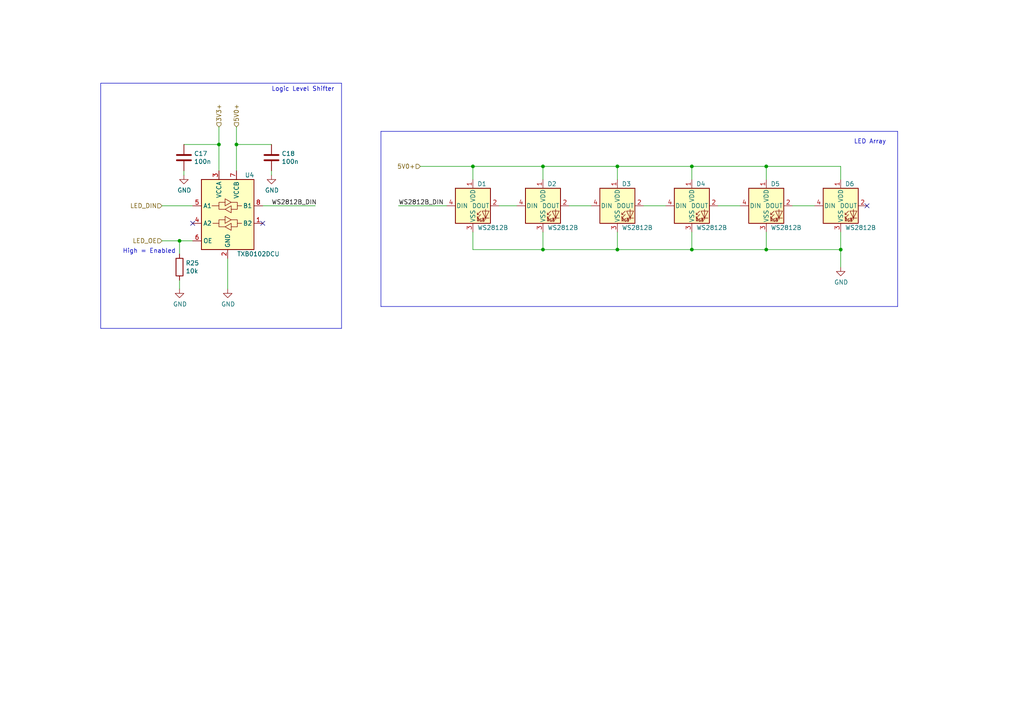
<source format=kicad_sch>
(kicad_sch (version 20230121) (generator eeschema)
  (paper "A4")
  (title_block (title "LED Communication") (date "2021-09-27") (rev "0") (company "BalcCon") (comment 1 "Florian Schuetz"))
  (lib_symbols
    (symbol "Device:C" (pin_numbers hide) (pin_names (offset 0.254))
      (property "Reference" "C" (at 0.635 2.54 0))
      (property "Value" "C" (at 0.635 -2.54 0))
      (symbol "C_0_1"
        (polyline (pts (xy -2.032 -0.762) (xy 2.032 -0.762)) (stroke (width 0.508)))
        (polyline (pts (xy -2.032 0.762) (xy 2.032 0.762)) (stroke (width 0.508)))
      )
      (symbol "C_1_1"
        (pin passive line (at 0 3.81 270) (length 2.794) (name "~") (number "1"))
        (pin passive line (at 0 -3.81 90) (length 2.794) (name "~") (number "2"))
      )
    )
    (symbol "Device:R" (pin_numbers hide) (pin_names (offset 0))
      (property "Reference" "R" (at 2.032 0 90))
      (property "Value" "R" (at 0 0 90))
      (symbol "R_0_1"
        (rectangle (start -1.016 -2.54) (end 1.016 2.54) (stroke (width 0.254)))
      )
      (symbol "R_1_1"
        (pin passive line (at 0 3.81 270) (length 1.27) (name "~") (number "1"))
        (pin passive line (at 0 -3.81 90) (length 1.27) (name "~") (number "2"))
      )
    )
    (symbol "LED:WS2812B" (pin_names (offset 0.254))
      (property "Reference" "D" (at 5.08 5.715 0))
      (property "Value" "WS2812B" (at 1.27 -5.715 0))
      (symbol "WS2812B_0_0"
        (text "RGB" (at 2.286 -4.191 0) (effects (font (size 0.762 0.762))))
      )
      (symbol "WS2812B_0_1"
        (polyline (pts (xy 1.27 -3.556) (xy 1.778 -3.556)))
        (polyline (pts (xy 1.27 -2.54) (xy 1.778 -2.54)))
        (polyline (pts (xy 4.699 -3.556) (xy 2.667 -3.556)))
        (polyline (pts (xy 2.286 -2.54) (xy 1.27 -3.556) (xy 1.27 -3.048)))
        (polyline (pts (xy 2.286 -1.524) (xy 1.27 -2.54) (xy 1.27 -2.032)))
        (polyline (pts (xy 3.683 -1.016) (xy 3.683 -3.556) (xy 3.683 -4.064)))
        (polyline (pts (xy 4.699 -1.524) (xy 2.667 -1.524) (xy 3.683 -3.556) (xy 4.699 -1.524)))
        (rectangle (start 5.08 5.08) (end -5.08 -5.08) (stroke (width 0.254)) (fill (type background)))
      )
      (symbol "WS2812B_1_1"
        (pin power_in line (at 0 7.62 270) (length 2.54) (name "VDD") (number "1"))
        (pin output line (at 7.62 0 180) (length 2.54) (name "DOUT") (number "2"))
        (pin power_in line (at 0 -7.62 90) (length 2.54) (name "VSS") (number "3"))
        (pin input line (at -7.62 0 0) (length 2.54) (name "DIN") (number "4"))
      )
    )
    (symbol "Logic_LevelTranslator:TXB0102DCU"
      (property "Reference" "U" (at -6.35 11.43 0))
      (property "Value" "TXB0102DCU" (at 3.81 11.43 0))
      (symbol "TXB0102DCU_0_1"
        (rectangle (start -7.62 10.16) (end 7.62 -10.16) (stroke (width 0.254)) (fill (type background)))
        (polyline (pts (xy -2.54 -2.54) (xy -2.54 -1.524) (xy -0.762 -1.524)))
        (polyline (pts (xy -2.54 2.54) (xy -2.54 3.556) (xy -0.762 3.556)))
        (polyline (pts (xy 2.794 -2.54) (xy 2.794 -3.556) (xy 1.016 -3.556)))
        (polyline (pts (xy 2.794 2.54) (xy 2.794 1.524) (xy 1.016 1.524)))
        (polyline (pts (xy -0.762 -3.556) (xy -2.54 -3.556) (xy -2.54 -2.54) (xy -4.318 -2.54)))
        (polyline (pts (xy -0.762 -2.54) (xy -0.762 -0.508) (xy 1.016 -1.524) (xy -0.762 -2.54)))
        (polyline (pts (xy -0.762 1.524) (xy -2.54 1.524) (xy -2.54 2.54) (xy -4.572 2.54)))
        (polyline (pts (xy -0.762 2.54) (xy -0.762 4.572) (xy 1.016 3.556) (xy -0.762 2.54)))
        (polyline (pts (xy 1.016 -2.54) (xy 1.016 -4.572) (xy -0.762 -3.556) (xy 1.016 -2.54)))
        (polyline (pts (xy 1.016 -1.524) (xy 2.794 -1.524) (xy 2.794 -2.54) (xy 4.064 -2.54)))
        (polyline (pts (xy 1.016 3.556) (xy 2.794 3.556) (xy 2.794 2.54) (xy 4.064 2.54)))
        (polyline (pts (xy 1.016 2.54) (xy 1.016 0.762) (xy 1.016 0.508) (xy -0.762 1.524) (xy 1.016 2.54)))
      )
      (symbol "TXB0102DCU_1_1"
        (pin bidirectional line (at 10.16 -2.54 180) (length 2.54) (name "B2") (number "1"))
        (pin power_in line (at 0 -12.7 90) (length 2.54) (name "GND") (number "2"))
        (pin power_in line (at -2.54 12.7 270) (length 2.54) (name "VCCA") (number "3"))
        (pin bidirectional line (at -10.16 -2.54 0) (length 2.54) (name "A2") (number "4"))
        (pin bidirectional line (at -10.16 2.54 0) (length 2.54) (name "A1") (number "5"))
        (pin input line (at -10.16 -7.62 0) (length 2.54) (name "OE") (number "6"))
        (pin power_in line (at 2.54 12.7 270) (length 2.54) (name "VCCB") (number "7"))
        (pin bidirectional line (at 10.16 2.54 180) (length 2.54) (name "B1") (number "8"))
      )
    )
    (symbol "power:GND" (power) (pin_names (offset 0))
      (property "Value" "GND" (at 0 -3.81 0))
      (symbol "GND_0_1"
        (polyline (pts (xy 0 0) (xy 0 -1.27) (xy 1.27 -1.27) (xy 0 -2.54) (xy -1.27 -1.27) (xy 0 -1.27)))
      )
      (symbol "GND_1_1"
        (pin power_in line (at 0 0 270) (length 0) hide (name "GND") (number "1"))
      )
    )
  )
  (junction (at 179.07 72.39))
  (junction (at 137.16 48.26))
  (junction (at 200.66 72.39))
  (junction (at 222.25 48.26))
  (junction (at 243.84 72.39))
  (junction (at 222.25 72.39))
  (junction (at 157.48 72.39))
  (junction (at 200.66 48.26))
  (junction (at 52.07 69.85))
  (junction (at 179.07 48.26))
  (junction (at 63.5 41.91))
  (junction (at 157.48 48.26))
  (junction (at 68.58 41.91))
  (no_connect (at 76.2 64.77))
  (no_connect (at 55.88 64.77))
  (no_connect (at 251.46 59.69))
  (polyline (pts (xy 99.06 95.25) (xy 29.21 95.25)))
  (wire (pts (xy 243.84 72.39) (xy 243.84 77.47)))
  (wire (pts (xy 144.78 59.69) (xy 149.86 59.69)))
  (wire (pts (xy 200.66 67.31) (xy 200.66 72.39)))
  (wire (pts (xy 63.5 41.91) (xy 63.5 36.83)))
  (wire (pts (xy 46.99 59.69) (xy 55.88 59.69)))
  (wire (pts (xy 229.87 59.69) (xy 236.22 59.69)))
  (wire (pts (xy 157.48 48.26) (xy 179.07 48.26)))
  (wire (pts (xy 115.57 59.69) (xy 129.54 59.69)))
  (wire (pts (xy 52.07 69.85) (xy 52.07 73.66)))
  (wire (pts (xy 53.34 50.8) (xy 53.34 49.53)))
  (wire (pts (xy 52.07 69.85) (xy 46.99 69.85)))
  (wire (pts (xy 179.07 72.39) (xy 200.66 72.39)))
  (wire (pts (xy 121.92 48.26) (xy 137.16 48.26)))
  (wire (pts (xy 68.58 41.91) (xy 68.58 36.83)))
  (wire (pts (xy 243.84 48.26) (xy 243.84 52.07)))
  (wire (pts (xy 222.25 72.39) (xy 243.84 72.39)))
  (wire (pts (xy 222.25 67.31) (xy 222.25 72.39)))
  (wire (pts (xy 200.66 48.26) (xy 222.25 48.26)))
  (polyline (pts (xy 110.49 88.9) (xy 110.49 38.1)))
  (wire (pts (xy 179.07 67.31) (xy 179.07 72.39)))
  (wire (pts (xy 157.48 67.31) (xy 157.48 72.39)))
  (wire (pts (xy 52.07 81.28) (xy 52.07 83.82)))
  (wire (pts (xy 137.16 48.26) (xy 157.48 48.26)))
  (wire (pts (xy 200.66 72.39) (xy 222.25 72.39)))
  (wire (pts (xy 137.16 48.26) (xy 137.16 52.07)))
  (polyline (pts (xy 99.06 24.13) (xy 99.06 95.25)))
  (polyline (pts (xy 110.49 38.1) (xy 260.35 38.1)))
  (wire (pts (xy 222.25 52.07) (xy 222.25 48.26)))
  (polyline (pts (xy 29.21 95.25) (xy 29.21 24.13)))
  (wire (pts (xy 165.1 59.69) (xy 171.45 59.69)))
  (wire (pts (xy 53.34 41.91) (xy 63.5 41.91)))
  (wire (pts (xy 66.04 83.82) (xy 66.04 74.93)))
  (wire (pts (xy 179.07 48.26) (xy 200.66 48.26)))
  (wire (pts (xy 243.84 67.31) (xy 243.84 72.39)))
  (wire (pts (xy 137.16 72.39) (xy 157.48 72.39)))
  (polyline (pts (xy 260.35 88.9) (xy 110.49 88.9)))
  (wire (pts (xy 179.07 52.07) (xy 179.07 48.26)))
  (wire (pts (xy 78.74 50.8) (xy 78.74 49.53)))
  (wire (pts (xy 157.48 72.39) (xy 179.07 72.39)))
  (wire (pts (xy 78.74 41.91) (xy 68.58 41.91)))
  (polyline (pts (xy 260.35 38.1) (xy 260.35 88.9)))
  (wire (pts (xy 63.5 41.91) (xy 63.5 49.53)))
  (wire (pts (xy 55.88 69.85) (xy 52.07 69.85)))
  (wire (pts (xy 222.25 48.26) (xy 243.84 48.26)))
  (wire (pts (xy 157.48 52.07) (xy 157.48 48.26)))
  (wire (pts (xy 76.2 59.69) (xy 91.44 59.69)))
  (polyline (pts (xy 29.21 24.13) (xy 99.06 24.13)))
  (wire (pts (xy 186.69 59.69) (xy 193.04 59.69)))
  (wire (pts (xy 68.58 49.53) (xy 68.58 41.91)))
  (wire (pts (xy 137.16 67.31) (xy 137.16 72.39)))
  (wire (pts (xy 200.66 52.07) (xy 200.66 48.26)))
  (wire (pts (xy 208.28 59.69) (xy 214.63 59.69)))
  (text "High = Enabled" (at 35.56 73.66 0) (effects (font (size 1.27 1.27)) (justify left bottom)))
  (text "LED Array" (at 247.65 41.91 0) (effects (font (size 1.27 1.27)) (justify left bottom)))
  (text "Logic Level Shifter" (at 78.74 26.67 0) (effects (font (size 1.27 1.27)) (justify left bottom)))
  (label "WS2812B_DIN" (at 115.57 59.69 0))
  (label "WS2812B_DIN" (at 78.74 59.69 0))
  (hierarchical_label "3V3+" (shape input) (at 63.5 36.83 90))
  (hierarchical_label "5V0+" (shape input) (at 121.92 48.26 180))
  (hierarchical_label "5V0+" (shape input) (at 68.58 36.83 90))
  (hierarchical_label "LED_OE" (shape input) (at 46.99 69.85 180))
  (hierarchical_label "LED_DIN" (shape input) (at 46.99 59.69 180))
  (symbol (lib_id "LED:WS2812B") (at 137.16 59.69 0) (unit 1)
    (property "Reference" "D1" (at 138.43 53.34 0) (effects (justify left)))
    (property "Value" "WS2812B" (at 138.43 66.04 0) (effects (justify left)))
    (property "Footprint" "LED_SMD:LED_WS2812B_PLCC4_5.0x5.0mm_P3.2mm" (effects hide))
    (property "Datasheet" "https://cdn-shop.adafruit.com/datasheets/WS2812B.pdf" (effects hide))
    (property "LCSC" "C2761795" (effects hide))
    (property "AltPart" "C114586" (effects hide))
  )
  (symbol (lib_id "power:GND") (at 243.84 77.47 0) (unit 1)
    (property "Reference" "#PWR020" (effects hide))
    (property "Value" "GND" (at 243.967 81.8642 0))
  )
  (symbol (lib_id "LED:WS2812B") (at 157.48 59.69 0) (unit 1)
    (property "Reference" "D2" (at 158.75 53.34 0) (effects (justify left)))
    (property "Value" "WS2812B" (at 158.75 66.04 0) (effects (justify left)))
    (property "Footprint" "LED_SMD:LED_WS2812B_PLCC4_5.0x5.0mm_P3.2mm" (effects hide))
    (property "Datasheet" "https://cdn-shop.adafruit.com/datasheets/WS2812B.pdf" (effects hide))
    (property "LCSC" "C2761795" (effects hide))
    (property "AltPart" "C114586" (effects hide))
  )
  (symbol (lib_id "LED:WS2812B") (at 179.07 59.69 0) (unit 1)
    (property "Reference" "D3" (at 180.34 53.34 0) (effects (justify left)))
    (property "Value" "WS2812B" (at 180.34 66.04 0) (effects (justify left)))
    (property "Footprint" "LED_SMD:LED_WS2812B_PLCC4_5.0x5.0mm_P3.2mm" (effects hide))
    (property "Datasheet" "https://cdn-shop.adafruit.com/datasheets/WS2812B.pdf" (effects hide))
    (property "LCSC" "C2761795" (effects hide))
    (property "AltPart" "C114586" (effects hide))
  )
  (symbol (lib_id "LED:WS2812B") (at 200.66 59.69 0) (unit 1)
    (property "Reference" "D4" (at 201.93 53.34 0) (effects (justify left)))
    (property "Value" "WS2812B" (at 201.93 66.04 0) (effects (justify left)))
    (property "Footprint" "LED_SMD:LED_WS2812B_PLCC4_5.0x5.0mm_P3.2mm" (effects hide))
    (property "Datasheet" "https://cdn-shop.adafruit.com/datasheets/WS2812B.pdf" (effects hide))
    (property "LCSC" "C2761795" (effects hide))
    (property "AltPart" "C114586" (effects hide))
  )
  (symbol (lib_id "LED:WS2812B") (at 222.25 59.69 0) (unit 1)
    (property "Reference" "D5" (at 223.52 53.34 0) (effects (justify left)))
    (property "Value" "WS2812B" (at 223.52 66.04 0) (effects (justify left)))
    (property "Footprint" "LED_SMD:LED_WS2812B_PLCC4_5.0x5.0mm_P3.2mm" (effects hide))
    (property "Datasheet" "https://cdn-shop.adafruit.com/datasheets/WS2812B.pdf" (effects hide))
    (property "LCSC" "C2761795" (effects hide))
    (property "AltPart" "C114586" (effects hide))
  )
  (symbol (lib_id "LED:WS2812B") (at 243.84 59.69 0) (unit 1)
    (property "Reference" "D6" (at 245.11 53.34 0) (effects (justify left)))
    (property "Value" "WS2812B" (at 245.11 66.04 0) (effects (justify left)))
    (property "Footprint" "LED_SMD:LED_WS2812B_PLCC4_5.0x5.0mm_P3.2mm" (effects hide))
    (property "Datasheet" "https://cdn-shop.adafruit.com/datasheets/WS2812B.pdf" (effects hide))
    (property "LCSC" "C2761795" (effects hide))
    (property "AltPart" "C114586" (effects hide))
  )
  (symbol (lib_id "Logic_LevelTranslator:TXB0102DCU") (at 66.04 62.23 0) (unit 1)
    (property "Reference" "U4" (at 72.39 50.8 0))
    (property "Value" "TXB0102DCU" (at 74.93 73.66 0))
    (property "Footprint" "Package_SO:VSSOP-8_2.4x2.1mm_P0.5mm" (effects hide))
    (property "Datasheet" "http://www.ti.com/lit/ds/symlink/txb0102.pdf" (effects hide))
    (property "LCSC" "C60709" (effects hide))
  )
  (symbol (lib_id "power:GND") (at 66.04 83.82 0) (unit 1)
    (property "Reference" "#PWR022" (effects hide))
    (property "Value" "GND" (at 66.167 88.2142 0))
  )
  (symbol (lib_id "power:GND") (at 52.07 83.82 0) (unit 1)
    (property "Reference" "#PWR021" (effects hide))
    (property "Value" "GND" (at 52.197 88.2142 0))
  )
  (symbol (lib_id "Device:C") (at 53.34 45.72 0) (unit 1)
    (property "Reference" "C17" (at 56.261 44.5516 0) (effects (justify left)))
    (property "Value" "100n" (at 56.261 46.863 0) (effects (justify left)))
    (property "Footprint" "Capacitor_SMD:C_0603_1608Metric" (effects hide))
    (property "LCSC" "C14663" (effects hide))
    (property "AltPart" "C148241" (effects hide))
  )
  (symbol (lib_id "power:GND") (at 53.34 50.8 0) (unit 1)
    (property "Reference" "#PWR018" (effects hide))
    (property "Value" "GND" (at 53.467 55.1942 0))
  )
  (symbol (lib_id "power:GND") (at 78.74 50.8 0) (unit 1)
    (property "Reference" "#PWR019" (effects hide))
    (property "Value" "GND" (at 78.867 55.1942 0))
  )
  (symbol (lib_id "Device:R") (at 52.07 77.47 0) (unit 1)
    (property "Reference" "R25" (at 53.848 76.3016 0) (effects (justify left)))
    (property "Value" "10k" (at 53.848 78.613 0) (effects (justify left)))
    (property "Footprint" "Resistor_SMD:R_0805_2012Metric" (effects hide))
    (property "LCSC" "C17414" (effects hide))
    (property "AltPart" "C844937" (effects hide))
  )
  (symbol (lib_id "Device:C") (at 78.74 45.72 0) (unit 1)
    (property "Reference" "C18" (at 81.661 44.5516 0) (effects (justify left)))
    (property "Value" "100n" (at 81.661 46.863 0) (effects (justify left)))
    (property "Footprint" "Capacitor_SMD:C_0603_1608Metric" (effects hide))
    (property "LCSC" "C14663" (effects hide))
    (property "AltPart" "C148241" (effects hide))
  )
)
</source>
